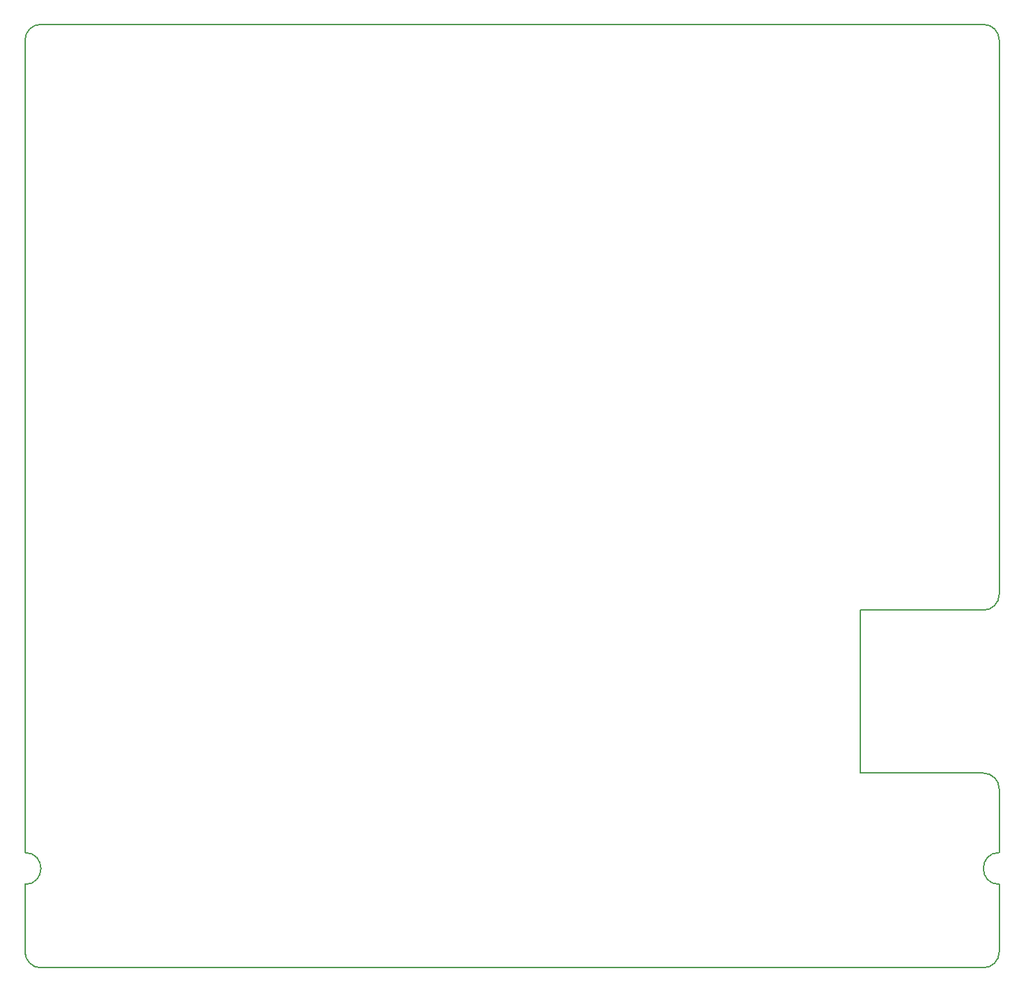
<source format=gbr>
G04 #@! TF.GenerationSoftware,KiCad,Pcbnew,(5.0.0)*
G04 #@! TF.CreationDate,2019-12-13T16:41:55-06:00*
G04 #@! TF.ProjectId,ScienceMotorController_Hardware,536369656E63654D6F746F72436F6E74,rev?*
G04 #@! TF.SameCoordinates,Original*
G04 #@! TF.FileFunction,Profile,NP*
%FSLAX46Y46*%
G04 Gerber Fmt 4.6, Leading zero omitted, Abs format (unit mm)*
G04 Created by KiCad (PCBNEW (5.0.0)) date 12/13/19 16:41:55*
%MOMM*%
%LPD*%
G01*
G04 APERTURE LIST*
%ADD10C,0.150000*%
G04 APERTURE END LIST*
D10*
X163068000Y-61976000D02*
X163068000Y-46228000D01*
X38608000Y-61976000D02*
X38608000Y-46228000D01*
X163068000Y-83566000D02*
X163068000Y-61976000D01*
X38608000Y-61976000D02*
X38608000Y-83566000D01*
X38608000Y-46253400D02*
G75*
G02X40640000Y-44221400I2032000J0D01*
G01*
X161036000Y-44221400D02*
G75*
G02X163068000Y-46253400I0J-2032000D01*
G01*
X161036000Y-44221400D02*
X40640000Y-44221400D01*
X38608000Y-150114000D02*
X38608000Y-83566000D01*
X163068000Y-117094000D02*
X163068000Y-83566000D01*
X145288000Y-119126000D02*
X161036000Y-119126000D01*
X145288000Y-139954000D02*
X145288000Y-119126000D01*
X161036000Y-139954000D02*
X145288000Y-139954000D01*
X163068000Y-150114000D02*
X163068000Y-141986000D01*
X163068000Y-162814000D02*
X163068000Y-154178000D01*
X40640000Y-164846000D02*
X161036000Y-164846000D01*
X38608000Y-162814000D02*
X38608000Y-154178000D01*
X40640000Y-164846000D02*
G75*
G02X38608000Y-162814000I0J2032000D01*
G01*
X38608000Y-150114000D02*
G75*
G02X38608000Y-154178000I0J-2032000D01*
G01*
X163068000Y-162814000D02*
G75*
G02X161036000Y-164846000I-2032000J0D01*
G01*
X163068000Y-117094000D02*
G75*
G02X161036000Y-119126000I-2032000J0D01*
G01*
X163068000Y-154178000D02*
G75*
G02X163068000Y-150114000I0J2032000D01*
G01*
X161036000Y-139954000D02*
G75*
G02X163068000Y-141986000I0J-2032000D01*
G01*
M02*

</source>
